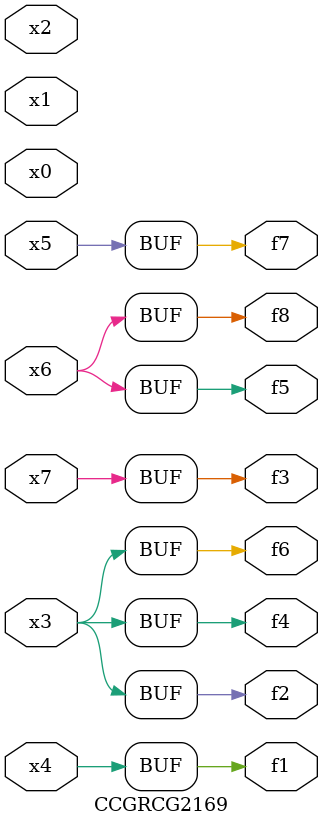
<source format=v>
module CCGRCG2169(
	input x0, x1, x2, x3, x4, x5, x6, x7,
	output f1, f2, f3, f4, f5, f6, f7, f8
);
	assign f1 = x4;
	assign f2 = x3;
	assign f3 = x7;
	assign f4 = x3;
	assign f5 = x6;
	assign f6 = x3;
	assign f7 = x5;
	assign f8 = x6;
endmodule

</source>
